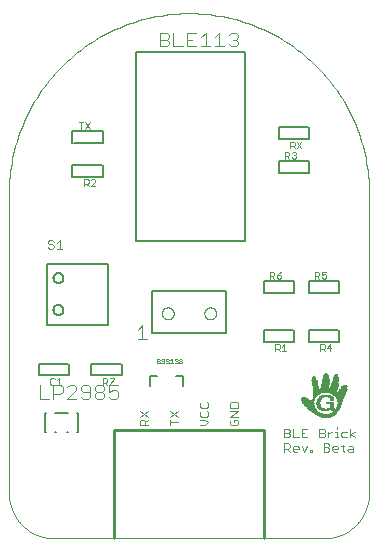
<source format=gto>
G75*
%MOIN*%
%OFA0B0*%
%FSLAX25Y25*%
%IPPOS*%
%LPD*%
%AMOC8*
5,1,8,0,0,1.08239X$1,22.5*
%
%ADD10C,0.00300*%
%ADD11C,0.00800*%
%ADD12C,0.00100*%
%ADD13C,0.00500*%
%ADD14C,0.00400*%
%ADD15C,0.00000*%
%ADD16C,0.01000*%
%ADD17C,0.00600*%
%ADD18C,0.00200*%
%ADD19R,0.00770X0.00035*%
%ADD20R,0.01400X0.00035*%
%ADD21R,0.01855X0.00035*%
%ADD22R,0.02170X0.00035*%
%ADD23R,0.02485X0.00035*%
%ADD24R,0.02765X0.00035*%
%ADD25R,0.02975X0.00035*%
%ADD26R,0.03220X0.00035*%
%ADD27R,0.03395X0.00035*%
%ADD28R,0.03605X0.00035*%
%ADD29R,0.03780X0.00035*%
%ADD30R,0.03955X0.00035*%
%ADD31R,0.04130X0.00035*%
%ADD32R,0.04270X0.00035*%
%ADD33R,0.04375X0.00035*%
%ADD34R,0.04550X0.00035*%
%ADD35R,0.04690X0.00035*%
%ADD36R,0.04865X0.00035*%
%ADD37R,0.04970X0.00035*%
%ADD38R,0.05110X0.00035*%
%ADD39R,0.05215X0.00035*%
%ADD40R,0.05355X0.00035*%
%ADD41R,0.05460X0.00035*%
%ADD42R,0.05600X0.00035*%
%ADD43R,0.05705X0.00035*%
%ADD44R,0.05810X0.00035*%
%ADD45R,0.05915X0.00035*%
%ADD46R,0.06055X0.00035*%
%ADD47R,0.06160X0.00035*%
%ADD48R,0.06265X0.00035*%
%ADD49R,0.06335X0.00035*%
%ADD50R,0.06440X0.00035*%
%ADD51R,0.06545X0.00035*%
%ADD52R,0.03080X0.00035*%
%ADD53R,0.02660X0.00035*%
%ADD54R,0.02870X0.00035*%
%ADD55R,0.02415X0.00035*%
%ADD56R,0.02730X0.00035*%
%ADD57R,0.02310X0.00035*%
%ADD58R,0.02695X0.00035*%
%ADD59R,0.02170X0.00035*%
%ADD60R,0.02590X0.00035*%
%ADD61R,0.02100X0.00035*%
%ADD62R,0.02520X0.00035*%
%ADD63R,0.02030X0.00035*%
%ADD64R,0.02450X0.00035*%
%ADD65R,0.01960X0.00035*%
%ADD66R,0.01890X0.00035*%
%ADD67R,0.02380X0.00035*%
%ADD68R,0.01785X0.00035*%
%ADD69R,0.01750X0.00035*%
%ADD70R,0.01715X0.00035*%
%ADD71R,0.02275X0.00035*%
%ADD72R,0.01645X0.00035*%
%ADD73R,0.02240X0.00035*%
%ADD74R,0.01610X0.00035*%
%ADD75R,0.02240X0.00035*%
%ADD76R,0.01575X0.00035*%
%ADD77R,0.01540X0.00035*%
%ADD78R,0.02205X0.00035*%
%ADD79R,0.01505X0.00035*%
%ADD80R,0.01470X0.00035*%
%ADD81R,0.01435X0.00035*%
%ADD82R,0.01365X0.00035*%
%ADD83R,0.01330X0.00035*%
%ADD84R,0.01295X0.00035*%
%ADD85R,0.01295X0.00035*%
%ADD86R,0.01260X0.00035*%
%ADD87R,0.01190X0.00035*%
%ADD88R,0.01225X0.00035*%
%ADD89R,0.00385X0.00035*%
%ADD90R,0.00980X0.00035*%
%ADD91R,0.01155X0.00035*%
%ADD92R,0.01645X0.00035*%
%ADD93R,0.01015X0.00035*%
%ADD94R,0.01050X0.00035*%
%ADD95R,0.02345X0.00035*%
%ADD96R,0.01085X0.00035*%
%ADD97R,0.02905X0.00035*%
%ADD98R,0.03045X0.00035*%
%ADD99R,0.01120X0.00035*%
%ADD100R,0.02345X0.00035*%
%ADD101R,0.03255X0.00035*%
%ADD102R,0.01120X0.00035*%
%ADD103R,0.03500X0.00035*%
%ADD104R,0.02415X0.00035*%
%ADD105R,0.03640X0.00035*%
%ADD106R,0.04900X0.00035*%
%ADD107R,0.04935X0.00035*%
%ADD108R,0.05005X0.00035*%
%ADD109R,0.01680X0.00035*%
%ADD110R,0.02065X0.00035*%
%ADD111R,0.02555X0.00035*%
%ADD112R,0.02590X0.00035*%
%ADD113R,0.02625X0.00035*%
%ADD114R,0.02695X0.00035*%
%ADD115R,0.01470X0.00035*%
%ADD116R,0.02765X0.00035*%
%ADD117R,0.02800X0.00035*%
%ADD118R,0.02835X0.00035*%
%ADD119R,0.01365X0.00035*%
%ADD120R,0.02940X0.00035*%
%ADD121R,0.03010X0.00035*%
%ADD122R,0.03045X0.00035*%
%ADD123R,0.03115X0.00035*%
%ADD124R,0.03150X0.00035*%
%ADD125R,0.03185X0.00035*%
%ADD126R,0.03220X0.00035*%
%ADD127R,0.01190X0.00035*%
%ADD128R,0.03290X0.00035*%
%ADD129R,0.03325X0.00035*%
%ADD130R,0.03360X0.00035*%
%ADD131R,0.03430X0.00035*%
%ADD132R,0.03465X0.00035*%
%ADD133R,0.03535X0.00035*%
%ADD134R,0.03570X0.00035*%
%ADD135R,0.03675X0.00035*%
%ADD136R,0.03710X0.00035*%
%ADD137R,0.03745X0.00035*%
%ADD138R,0.03815X0.00035*%
%ADD139R,0.03850X0.00035*%
%ADD140R,0.03885X0.00035*%
%ADD141R,0.03920X0.00035*%
%ADD142R,0.03990X0.00035*%
%ADD143R,0.04025X0.00035*%
%ADD144R,0.02870X0.00035*%
%ADD145R,0.04095X0.00035*%
%ADD146R,0.04165X0.00035*%
%ADD147R,0.04200X0.00035*%
%ADD148R,0.04235X0.00035*%
%ADD149R,0.04270X0.00035*%
%ADD150R,0.01820X0.00035*%
%ADD151R,0.04305X0.00035*%
%ADD152R,0.04340X0.00035*%
%ADD153R,0.01925X0.00035*%
%ADD154R,0.04410X0.00035*%
%ADD155R,0.00945X0.00035*%
%ADD156R,0.00875X0.00035*%
%ADD157R,0.00840X0.00035*%
%ADD158R,0.02135X0.00035*%
%ADD159R,0.00805X0.00035*%
%ADD160R,0.00735X0.00035*%
%ADD161R,0.01995X0.00035*%
%ADD162R,0.02520X0.00035*%
%ADD163R,0.01540X0.00035*%
%ADD164R,0.00770X0.00035*%
%ADD165R,0.00665X0.00035*%
%ADD166R,0.00420X0.00035*%
%ADD167R,0.00910X0.00035*%
%ADD168R,0.04060X0.00035*%
%ADD169R,0.01015X0.00035*%
%ADD170R,0.03115X0.00035*%
%ADD171R,0.03395X0.00035*%
%ADD172R,0.03745X0.00035*%
%ADD173R,0.04340X0.00035*%
%ADD174R,0.04480X0.00035*%
%ADD175R,0.02065X0.00035*%
%ADD176R,0.04515X0.00035*%
%ADD177R,0.04585X0.00035*%
%ADD178R,0.04760X0.00035*%
%ADD179R,0.04830X0.00035*%
%ADD180R,0.07805X0.00035*%
%ADD181R,0.07840X0.00035*%
%ADD182R,0.07875X0.00035*%
%ADD183R,0.07910X0.00035*%
%ADD184R,0.07945X0.00035*%
%ADD185R,0.07980X0.00035*%
%ADD186R,0.08015X0.00035*%
%ADD187R,0.08050X0.00035*%
%ADD188R,0.05635X0.00035*%
%ADD189R,0.01995X0.00035*%
%ADD190R,0.01890X0.00035*%
%ADD191R,0.01715X0.00035*%
%ADD192R,0.00945X0.00035*%
%ADD193R,0.00560X0.00035*%
%ADD194R,0.01820X0.00035*%
%ADD195R,0.00700X0.00035*%
%ADD196R,0.00630X0.00035*%
%ADD197R,0.00525X0.00035*%
%ADD198R,0.00175X0.00035*%
%ADD199R,0.00595X0.00035*%
%ADD200R,0.00490X0.00035*%
%ADD201R,0.00210X0.00035*%
%ADD202R,0.00490X0.00035*%
%ADD203R,0.00315X0.00035*%
D10*
X0047503Y0042669D02*
X0047503Y0044120D01*
X0047987Y0044603D01*
X0048954Y0044603D01*
X0049438Y0044120D01*
X0049438Y0042669D01*
X0049438Y0043636D02*
X0050406Y0044603D01*
X0050406Y0045615D02*
X0047503Y0047550D01*
X0047503Y0045615D02*
X0050406Y0047550D01*
X0050406Y0042669D02*
X0047503Y0042669D01*
X0057503Y0042669D02*
X0057503Y0044603D01*
X0057503Y0043636D02*
X0060406Y0043636D01*
X0060406Y0045615D02*
X0057503Y0047550D01*
X0057503Y0045615D02*
X0060406Y0047550D01*
X0067503Y0047066D02*
X0067503Y0046099D01*
X0067987Y0045615D01*
X0069922Y0045615D01*
X0070406Y0046099D01*
X0070406Y0047066D01*
X0069922Y0047550D01*
X0069922Y0048562D02*
X0070406Y0049045D01*
X0070406Y0050013D01*
X0069922Y0050497D01*
X0069922Y0048562D02*
X0067987Y0048562D01*
X0067503Y0049045D01*
X0067503Y0050013D01*
X0067987Y0050497D01*
X0067987Y0047550D02*
X0067503Y0047066D01*
X0067503Y0044603D02*
X0069438Y0044603D01*
X0070406Y0043636D01*
X0069438Y0042669D01*
X0067503Y0042669D01*
X0077503Y0043152D02*
X0077987Y0042669D01*
X0079922Y0042669D01*
X0080406Y0043152D01*
X0080406Y0044120D01*
X0079922Y0044603D01*
X0078954Y0044603D01*
X0078954Y0043636D01*
X0077987Y0044603D02*
X0077503Y0044120D01*
X0077503Y0043152D01*
X0077503Y0045615D02*
X0080406Y0047550D01*
X0077503Y0047550D01*
X0077503Y0048562D02*
X0077503Y0050013D01*
X0077987Y0050497D01*
X0079922Y0050497D01*
X0080406Y0050013D01*
X0080406Y0048562D01*
X0077503Y0048562D01*
X0077503Y0045615D02*
X0080406Y0045615D01*
X0095572Y0041572D02*
X0095572Y0038669D01*
X0097023Y0038669D01*
X0097507Y0039153D01*
X0097507Y0039637D01*
X0097023Y0040121D01*
X0095572Y0040121D01*
X0095572Y0041572D02*
X0097023Y0041572D01*
X0097507Y0041088D01*
X0097507Y0040604D01*
X0097023Y0040121D01*
X0098519Y0041572D02*
X0098519Y0038669D01*
X0100454Y0038669D01*
X0101465Y0038669D02*
X0103400Y0038669D01*
X0102433Y0040121D02*
X0101465Y0040121D01*
X0101465Y0041572D02*
X0101465Y0038669D01*
X0101465Y0035804D02*
X0102433Y0033869D01*
X0103400Y0035804D01*
X0104412Y0034353D02*
X0104412Y0033869D01*
X0104895Y0033869D01*
X0104895Y0034353D01*
X0104412Y0034353D01*
X0107358Y0038669D02*
X0108809Y0038669D01*
X0109293Y0039153D01*
X0109293Y0039637D01*
X0108809Y0040121D01*
X0107358Y0040121D01*
X0107358Y0041572D02*
X0107358Y0038669D01*
X0108809Y0040121D02*
X0109293Y0040604D01*
X0109293Y0041088D01*
X0108809Y0041572D01*
X0107358Y0041572D01*
X0110305Y0040604D02*
X0110305Y0038669D01*
X0110305Y0039637D02*
X0111272Y0040604D01*
X0111756Y0040604D01*
X0112760Y0040604D02*
X0113244Y0040604D01*
X0113244Y0038669D01*
X0112760Y0038669D02*
X0113728Y0038669D01*
X0114724Y0039153D02*
X0114724Y0040121D01*
X0115208Y0040604D01*
X0116659Y0040604D01*
X0117671Y0039637D02*
X0119122Y0040604D01*
X0117671Y0039637D02*
X0119122Y0038669D01*
X0117671Y0038669D02*
X0117671Y0041572D01*
X0116659Y0038669D02*
X0115208Y0038669D01*
X0114724Y0039153D01*
X0115208Y0036288D02*
X0115208Y0034353D01*
X0115692Y0033869D01*
X0116689Y0034353D02*
X0117172Y0034837D01*
X0118624Y0034837D01*
X0118624Y0035321D02*
X0118624Y0033869D01*
X0117172Y0033869D01*
X0116689Y0034353D01*
X0117172Y0035804D02*
X0118140Y0035804D01*
X0118624Y0035321D01*
X0115692Y0035804D02*
X0114724Y0035804D01*
X0113713Y0035321D02*
X0113713Y0034837D01*
X0111778Y0034837D01*
X0111778Y0035321D02*
X0112262Y0035804D01*
X0113229Y0035804D01*
X0113713Y0035321D01*
X0113229Y0033869D02*
X0112262Y0033869D01*
X0111778Y0034353D01*
X0111778Y0035321D01*
X0110766Y0035804D02*
X0110283Y0035321D01*
X0108831Y0035321D01*
X0108831Y0036772D02*
X0108831Y0033869D01*
X0110283Y0033869D01*
X0110766Y0034353D01*
X0110766Y0034837D01*
X0110283Y0035321D01*
X0110766Y0035804D02*
X0110766Y0036288D01*
X0110283Y0036772D01*
X0108831Y0036772D01*
X0113244Y0041572D02*
X0113244Y0042056D01*
X0103400Y0041572D02*
X0101465Y0041572D01*
X0097023Y0036772D02*
X0097507Y0036288D01*
X0097507Y0035321D01*
X0097023Y0034837D01*
X0095572Y0034837D01*
X0096540Y0034837D02*
X0097507Y0033869D01*
X0098519Y0034353D02*
X0098519Y0035321D01*
X0099002Y0035804D01*
X0099970Y0035804D01*
X0100454Y0035321D01*
X0100454Y0034837D01*
X0098519Y0034837D01*
X0098519Y0034353D02*
X0099002Y0033869D01*
X0099970Y0033869D01*
X0097023Y0036772D02*
X0095572Y0036772D01*
X0095572Y0033869D01*
X0021763Y0101517D02*
X0019828Y0101517D01*
X0020795Y0101517D02*
X0020795Y0104419D01*
X0019828Y0103452D01*
X0018816Y0103936D02*
X0018332Y0104419D01*
X0017365Y0104419D01*
X0016881Y0103936D01*
X0016881Y0103452D01*
X0017365Y0102968D01*
X0018332Y0102968D01*
X0018816Y0102484D01*
X0018816Y0102001D01*
X0018332Y0101517D01*
X0017365Y0101517D01*
X0016881Y0102001D01*
D11*
X0050944Y0059024D02*
X0050944Y0055875D01*
X0050944Y0059024D02*
X0053306Y0059024D01*
X0059605Y0059024D02*
X0061967Y0059024D01*
X0061967Y0055875D01*
D12*
X0061372Y0063319D02*
X0060872Y0063319D01*
X0060622Y0063569D01*
X0060622Y0063819D01*
X0060872Y0064069D01*
X0061372Y0064069D01*
X0061623Y0063819D01*
X0061623Y0063569D01*
X0061372Y0063319D01*
X0061372Y0064069D02*
X0061623Y0064319D01*
X0061623Y0064570D01*
X0061372Y0064820D01*
X0060872Y0064820D01*
X0060622Y0064570D01*
X0060622Y0064319D01*
X0060872Y0064069D01*
X0060149Y0063819D02*
X0060149Y0063569D01*
X0059899Y0063319D01*
X0059399Y0063319D01*
X0059149Y0063569D01*
X0058676Y0063319D02*
X0057675Y0063319D01*
X0058176Y0063319D02*
X0058176Y0064820D01*
X0057675Y0064319D01*
X0057203Y0064570D02*
X0056953Y0064820D01*
X0056452Y0064820D01*
X0056202Y0064570D01*
X0056202Y0064319D01*
X0056452Y0064069D01*
X0056953Y0064069D01*
X0057203Y0063819D01*
X0057203Y0063569D01*
X0056953Y0063319D01*
X0056452Y0063319D01*
X0056202Y0063569D01*
X0055730Y0063569D02*
X0055479Y0063319D01*
X0054979Y0063319D01*
X0054729Y0063569D01*
X0054256Y0063569D02*
X0054006Y0063319D01*
X0053256Y0063319D01*
X0053256Y0064820D01*
X0054006Y0064820D01*
X0054256Y0064570D01*
X0054256Y0064319D01*
X0054006Y0064069D01*
X0053256Y0064069D01*
X0054006Y0064069D02*
X0054256Y0063819D01*
X0054256Y0063569D01*
X0054979Y0064069D02*
X0055479Y0064069D01*
X0055730Y0063819D01*
X0055730Y0063569D01*
X0054979Y0064069D02*
X0054729Y0064319D01*
X0054729Y0064570D01*
X0054979Y0064820D01*
X0055479Y0064820D01*
X0055730Y0064570D01*
X0059149Y0064570D02*
X0059399Y0064820D01*
X0059899Y0064820D01*
X0060149Y0064570D01*
X0060149Y0064319D01*
X0059899Y0064069D01*
X0060149Y0063819D01*
X0059899Y0064069D02*
X0059649Y0064069D01*
D13*
X0051554Y0073326D02*
X0051554Y0087499D01*
X0076160Y0087499D01*
X0076160Y0073326D01*
X0051554Y0073326D01*
X0041574Y0063237D02*
X0041574Y0059300D01*
X0031337Y0059300D01*
X0031337Y0063237D01*
X0041180Y0063237D01*
X0036967Y0076131D02*
X0016495Y0076131D01*
X0016495Y0096603D01*
X0036967Y0096603D01*
X0036967Y0076131D01*
X0024074Y0063237D02*
X0024074Y0059300D01*
X0013837Y0059300D01*
X0013837Y0063237D01*
X0023680Y0063237D01*
X0018762Y0081249D02*
X0018764Y0081330D01*
X0018770Y0081411D01*
X0018780Y0081492D01*
X0018794Y0081572D01*
X0018811Y0081652D01*
X0018833Y0081730D01*
X0018858Y0081807D01*
X0018887Y0081883D01*
X0018920Y0081958D01*
X0018956Y0082031D01*
X0018996Y0082102D01*
X0019039Y0082170D01*
X0019086Y0082237D01*
X0019135Y0082302D01*
X0019188Y0082363D01*
X0019244Y0082423D01*
X0019303Y0082479D01*
X0019364Y0082533D01*
X0019428Y0082583D01*
X0019494Y0082630D01*
X0019562Y0082675D01*
X0019632Y0082715D01*
X0019705Y0082752D01*
X0019779Y0082786D01*
X0019854Y0082816D01*
X0019931Y0082842D01*
X0020010Y0082865D01*
X0020089Y0082883D01*
X0020169Y0082898D01*
X0020249Y0082909D01*
X0020330Y0082916D01*
X0020412Y0082919D01*
X0020493Y0082918D01*
X0020574Y0082913D01*
X0020655Y0082904D01*
X0020735Y0082891D01*
X0020815Y0082875D01*
X0020894Y0082854D01*
X0020971Y0082830D01*
X0021048Y0082801D01*
X0021122Y0082770D01*
X0021196Y0082734D01*
X0021267Y0082695D01*
X0021336Y0082653D01*
X0021404Y0082607D01*
X0021469Y0082558D01*
X0021531Y0082506D01*
X0021591Y0082451D01*
X0021648Y0082393D01*
X0021703Y0082333D01*
X0021754Y0082270D01*
X0021802Y0082204D01*
X0021847Y0082136D01*
X0021888Y0082066D01*
X0021926Y0081994D01*
X0021961Y0081921D01*
X0021992Y0081846D01*
X0022019Y0081769D01*
X0022042Y0081691D01*
X0022062Y0081612D01*
X0022078Y0081532D01*
X0022090Y0081452D01*
X0022098Y0081371D01*
X0022102Y0081290D01*
X0022102Y0081208D01*
X0022098Y0081127D01*
X0022090Y0081046D01*
X0022078Y0080966D01*
X0022062Y0080886D01*
X0022042Y0080807D01*
X0022019Y0080729D01*
X0021992Y0080652D01*
X0021961Y0080577D01*
X0021926Y0080504D01*
X0021888Y0080432D01*
X0021847Y0080362D01*
X0021802Y0080294D01*
X0021754Y0080228D01*
X0021703Y0080165D01*
X0021648Y0080105D01*
X0021591Y0080047D01*
X0021531Y0079992D01*
X0021469Y0079940D01*
X0021404Y0079891D01*
X0021336Y0079845D01*
X0021267Y0079803D01*
X0021196Y0079764D01*
X0021122Y0079728D01*
X0021048Y0079697D01*
X0020971Y0079668D01*
X0020894Y0079644D01*
X0020815Y0079623D01*
X0020735Y0079607D01*
X0020655Y0079594D01*
X0020574Y0079585D01*
X0020493Y0079580D01*
X0020412Y0079579D01*
X0020330Y0079582D01*
X0020249Y0079589D01*
X0020169Y0079600D01*
X0020089Y0079615D01*
X0020010Y0079633D01*
X0019931Y0079656D01*
X0019854Y0079682D01*
X0019779Y0079712D01*
X0019705Y0079746D01*
X0019632Y0079783D01*
X0019562Y0079823D01*
X0019494Y0079868D01*
X0019428Y0079915D01*
X0019364Y0079965D01*
X0019303Y0080019D01*
X0019244Y0080075D01*
X0019188Y0080135D01*
X0019135Y0080196D01*
X0019086Y0080261D01*
X0019039Y0080328D01*
X0018996Y0080396D01*
X0018956Y0080467D01*
X0018920Y0080540D01*
X0018887Y0080615D01*
X0018858Y0080691D01*
X0018833Y0080768D01*
X0018811Y0080846D01*
X0018794Y0080926D01*
X0018780Y0081006D01*
X0018770Y0081087D01*
X0018764Y0081168D01*
X0018762Y0081249D01*
X0018762Y0091879D02*
X0018764Y0091960D01*
X0018770Y0092041D01*
X0018780Y0092122D01*
X0018794Y0092202D01*
X0018811Y0092282D01*
X0018833Y0092360D01*
X0018858Y0092437D01*
X0018887Y0092513D01*
X0018920Y0092588D01*
X0018956Y0092661D01*
X0018996Y0092732D01*
X0019039Y0092800D01*
X0019086Y0092867D01*
X0019135Y0092932D01*
X0019188Y0092993D01*
X0019244Y0093053D01*
X0019303Y0093109D01*
X0019364Y0093163D01*
X0019428Y0093213D01*
X0019494Y0093260D01*
X0019562Y0093305D01*
X0019632Y0093345D01*
X0019705Y0093382D01*
X0019779Y0093416D01*
X0019854Y0093446D01*
X0019931Y0093472D01*
X0020010Y0093495D01*
X0020089Y0093513D01*
X0020169Y0093528D01*
X0020249Y0093539D01*
X0020330Y0093546D01*
X0020412Y0093549D01*
X0020493Y0093548D01*
X0020574Y0093543D01*
X0020655Y0093534D01*
X0020735Y0093521D01*
X0020815Y0093505D01*
X0020894Y0093484D01*
X0020971Y0093460D01*
X0021048Y0093431D01*
X0021122Y0093400D01*
X0021196Y0093364D01*
X0021267Y0093325D01*
X0021336Y0093283D01*
X0021404Y0093237D01*
X0021469Y0093188D01*
X0021531Y0093136D01*
X0021591Y0093081D01*
X0021648Y0093023D01*
X0021703Y0092963D01*
X0021754Y0092900D01*
X0021802Y0092834D01*
X0021847Y0092766D01*
X0021888Y0092696D01*
X0021926Y0092624D01*
X0021961Y0092551D01*
X0021992Y0092476D01*
X0022019Y0092399D01*
X0022042Y0092321D01*
X0022062Y0092242D01*
X0022078Y0092162D01*
X0022090Y0092082D01*
X0022098Y0092001D01*
X0022102Y0091920D01*
X0022102Y0091838D01*
X0022098Y0091757D01*
X0022090Y0091676D01*
X0022078Y0091596D01*
X0022062Y0091516D01*
X0022042Y0091437D01*
X0022019Y0091359D01*
X0021992Y0091282D01*
X0021961Y0091207D01*
X0021926Y0091134D01*
X0021888Y0091062D01*
X0021847Y0090992D01*
X0021802Y0090924D01*
X0021754Y0090858D01*
X0021703Y0090795D01*
X0021648Y0090735D01*
X0021591Y0090677D01*
X0021531Y0090622D01*
X0021469Y0090570D01*
X0021404Y0090521D01*
X0021336Y0090475D01*
X0021267Y0090433D01*
X0021196Y0090394D01*
X0021122Y0090358D01*
X0021048Y0090327D01*
X0020971Y0090298D01*
X0020894Y0090274D01*
X0020815Y0090253D01*
X0020735Y0090237D01*
X0020655Y0090224D01*
X0020574Y0090215D01*
X0020493Y0090210D01*
X0020412Y0090209D01*
X0020330Y0090212D01*
X0020249Y0090219D01*
X0020169Y0090230D01*
X0020089Y0090245D01*
X0020010Y0090263D01*
X0019931Y0090286D01*
X0019854Y0090312D01*
X0019779Y0090342D01*
X0019705Y0090376D01*
X0019632Y0090413D01*
X0019562Y0090453D01*
X0019494Y0090498D01*
X0019428Y0090545D01*
X0019364Y0090595D01*
X0019303Y0090649D01*
X0019244Y0090705D01*
X0019188Y0090765D01*
X0019135Y0090826D01*
X0019086Y0090891D01*
X0019039Y0090958D01*
X0018996Y0091026D01*
X0018956Y0091097D01*
X0018920Y0091170D01*
X0018887Y0091245D01*
X0018858Y0091321D01*
X0018833Y0091398D01*
X0018811Y0091476D01*
X0018794Y0091556D01*
X0018780Y0091636D01*
X0018770Y0091717D01*
X0018764Y0091798D01*
X0018762Y0091879D01*
X0025087Y0125550D02*
X0035324Y0125550D01*
X0035324Y0129487D01*
X0034930Y0129487D02*
X0025087Y0129487D01*
X0025087Y0125550D01*
X0025087Y0136800D02*
X0025087Y0140737D01*
X0035324Y0140737D01*
X0035324Y0136800D01*
X0025481Y0136800D01*
X0046318Y0166997D02*
X0082735Y0166997D01*
X0082735Y0104202D01*
X0046318Y0104202D01*
X0046318Y0166997D01*
X0093837Y0141987D02*
X0093837Y0138050D01*
X0104074Y0138050D01*
X0104074Y0141987D01*
X0103680Y0141987D02*
X0093837Y0141987D01*
X0093837Y0130737D02*
X0093837Y0126800D01*
X0094231Y0126800D02*
X0104074Y0126800D01*
X0104074Y0130737D01*
X0093837Y0130737D01*
X0088837Y0090737D02*
X0088837Y0086800D01*
X0089231Y0086800D02*
X0099074Y0086800D01*
X0099074Y0090737D01*
X0088837Y0090737D01*
X0088837Y0074487D02*
X0088837Y0070550D01*
X0099074Y0070550D01*
X0099074Y0074487D01*
X0098680Y0074487D02*
X0088837Y0074487D01*
X0103837Y0074487D02*
X0103837Y0070550D01*
X0114074Y0070550D01*
X0114074Y0074487D01*
X0113680Y0074487D02*
X0103837Y0074487D01*
X0103837Y0086800D02*
X0103837Y0090737D01*
X0114074Y0090737D01*
X0114074Y0086800D01*
X0104231Y0086800D01*
D14*
X0049902Y0071360D02*
X0046833Y0071360D01*
X0048367Y0071360D02*
X0048367Y0075964D01*
X0046833Y0074430D01*
X0040244Y0056072D02*
X0037175Y0056072D01*
X0037175Y0053770D01*
X0038710Y0054538D01*
X0039477Y0054538D01*
X0040244Y0053770D01*
X0040244Y0052236D01*
X0039477Y0051469D01*
X0037942Y0051469D01*
X0037175Y0052236D01*
X0035640Y0052236D02*
X0035640Y0053003D01*
X0034873Y0053770D01*
X0033339Y0053770D01*
X0032571Y0054538D01*
X0032571Y0055305D01*
X0033339Y0056072D01*
X0034873Y0056072D01*
X0035640Y0055305D01*
X0035640Y0054538D01*
X0034873Y0053770D01*
X0033339Y0053770D02*
X0032571Y0053003D01*
X0032571Y0052236D01*
X0033339Y0051469D01*
X0034873Y0051469D01*
X0035640Y0052236D01*
X0031037Y0052236D02*
X0031037Y0055305D01*
X0030269Y0056072D01*
X0028735Y0056072D01*
X0027967Y0055305D01*
X0027967Y0054538D01*
X0028735Y0053770D01*
X0031037Y0053770D01*
X0031037Y0052236D02*
X0030269Y0051469D01*
X0028735Y0051469D01*
X0027967Y0052236D01*
X0026433Y0051469D02*
X0023363Y0051469D01*
X0026433Y0054538D01*
X0026433Y0055305D01*
X0025665Y0056072D01*
X0024131Y0056072D01*
X0023363Y0055305D01*
X0021829Y0055305D02*
X0021829Y0053770D01*
X0021061Y0053003D01*
X0018759Y0053003D01*
X0018759Y0051469D02*
X0018759Y0056072D01*
X0021061Y0056072D01*
X0021829Y0055305D01*
X0017225Y0051469D02*
X0014156Y0051469D01*
X0014156Y0056072D01*
X0054156Y0168969D02*
X0056457Y0168969D01*
X0057225Y0169736D01*
X0057225Y0170503D01*
X0056457Y0171270D01*
X0054156Y0171270D01*
X0056457Y0171270D02*
X0057225Y0172038D01*
X0057225Y0172805D01*
X0056457Y0173572D01*
X0054156Y0173572D01*
X0054156Y0168969D01*
X0058759Y0168969D02*
X0058759Y0173572D01*
X0058759Y0168969D02*
X0061829Y0168969D01*
X0063363Y0168969D02*
X0066433Y0168969D01*
X0067967Y0168969D02*
X0071037Y0168969D01*
X0069502Y0168969D02*
X0069502Y0173572D01*
X0067967Y0172038D01*
X0066433Y0173572D02*
X0063363Y0173572D01*
X0063363Y0168969D01*
X0063363Y0171270D02*
X0064898Y0171270D01*
X0072571Y0172038D02*
X0074106Y0173572D01*
X0074106Y0168969D01*
X0075640Y0168969D02*
X0072571Y0168969D01*
X0077175Y0169736D02*
X0077942Y0168969D01*
X0079477Y0168969D01*
X0080244Y0169736D01*
X0080244Y0170503D01*
X0079477Y0171270D01*
X0078710Y0171270D01*
X0079477Y0171270D02*
X0080244Y0172038D01*
X0080244Y0172805D01*
X0079477Y0173572D01*
X0077942Y0173572D01*
X0077175Y0172805D01*
D15*
X0003956Y0120019D02*
X0003956Y0020019D01*
X0003960Y0019657D01*
X0003974Y0019294D01*
X0003995Y0018932D01*
X0004026Y0018571D01*
X0004065Y0018211D01*
X0004113Y0017852D01*
X0004170Y0017494D01*
X0004235Y0017137D01*
X0004309Y0016782D01*
X0004392Y0016429D01*
X0004483Y0016078D01*
X0004582Y0015730D01*
X0004690Y0015384D01*
X0004806Y0015040D01*
X0004931Y0014700D01*
X0005063Y0014363D01*
X0005204Y0014029D01*
X0005353Y0013698D01*
X0005510Y0013371D01*
X0005674Y0013048D01*
X0005846Y0012729D01*
X0006026Y0012415D01*
X0006214Y0012104D01*
X0006409Y0011799D01*
X0006611Y0011498D01*
X0006821Y0011202D01*
X0007037Y0010912D01*
X0007261Y0010626D01*
X0007491Y0010346D01*
X0007728Y0010072D01*
X0007972Y0009804D01*
X0008222Y0009541D01*
X0008478Y0009285D01*
X0008741Y0009035D01*
X0009009Y0008791D01*
X0009283Y0008554D01*
X0009563Y0008324D01*
X0009849Y0008100D01*
X0010139Y0007884D01*
X0010435Y0007674D01*
X0010736Y0007472D01*
X0011041Y0007277D01*
X0011352Y0007089D01*
X0011666Y0006909D01*
X0011985Y0006737D01*
X0012308Y0006573D01*
X0012635Y0006416D01*
X0012966Y0006267D01*
X0013300Y0006126D01*
X0013637Y0005994D01*
X0013977Y0005869D01*
X0014321Y0005753D01*
X0014667Y0005645D01*
X0015015Y0005546D01*
X0015366Y0005455D01*
X0015719Y0005372D01*
X0016074Y0005298D01*
X0016431Y0005233D01*
X0016789Y0005176D01*
X0017148Y0005128D01*
X0017508Y0005089D01*
X0017869Y0005058D01*
X0018231Y0005037D01*
X0018594Y0005023D01*
X0018956Y0005019D01*
X0108956Y0005019D01*
X0109318Y0005023D01*
X0109681Y0005037D01*
X0110043Y0005058D01*
X0110404Y0005089D01*
X0110764Y0005128D01*
X0111123Y0005176D01*
X0111481Y0005233D01*
X0111838Y0005298D01*
X0112193Y0005372D01*
X0112546Y0005455D01*
X0112897Y0005546D01*
X0113245Y0005645D01*
X0113591Y0005753D01*
X0113935Y0005869D01*
X0114275Y0005994D01*
X0114612Y0006126D01*
X0114946Y0006267D01*
X0115277Y0006416D01*
X0115604Y0006573D01*
X0115927Y0006737D01*
X0116246Y0006909D01*
X0116560Y0007089D01*
X0116871Y0007277D01*
X0117176Y0007472D01*
X0117477Y0007674D01*
X0117773Y0007884D01*
X0118063Y0008100D01*
X0118349Y0008324D01*
X0118629Y0008554D01*
X0118903Y0008791D01*
X0119171Y0009035D01*
X0119434Y0009285D01*
X0119690Y0009541D01*
X0119940Y0009804D01*
X0120184Y0010072D01*
X0120421Y0010346D01*
X0120651Y0010626D01*
X0120875Y0010912D01*
X0121091Y0011202D01*
X0121301Y0011498D01*
X0121503Y0011799D01*
X0121698Y0012104D01*
X0121886Y0012415D01*
X0122066Y0012729D01*
X0122238Y0013048D01*
X0122402Y0013371D01*
X0122559Y0013698D01*
X0122708Y0014029D01*
X0122849Y0014363D01*
X0122981Y0014700D01*
X0123106Y0015040D01*
X0123222Y0015384D01*
X0123330Y0015730D01*
X0123429Y0016078D01*
X0123520Y0016429D01*
X0123603Y0016782D01*
X0123677Y0017137D01*
X0123742Y0017494D01*
X0123799Y0017852D01*
X0123847Y0018211D01*
X0123886Y0018571D01*
X0123917Y0018932D01*
X0123938Y0019294D01*
X0123952Y0019657D01*
X0123956Y0020019D01*
X0123956Y0120019D01*
X0069073Y0080019D02*
X0069075Y0080107D01*
X0069081Y0080195D01*
X0069091Y0080283D01*
X0069105Y0080371D01*
X0069122Y0080457D01*
X0069144Y0080543D01*
X0069169Y0080627D01*
X0069199Y0080711D01*
X0069231Y0080793D01*
X0069268Y0080873D01*
X0069308Y0080952D01*
X0069352Y0081029D01*
X0069399Y0081104D01*
X0069449Y0081176D01*
X0069503Y0081247D01*
X0069559Y0081314D01*
X0069619Y0081380D01*
X0069681Y0081442D01*
X0069747Y0081502D01*
X0069814Y0081558D01*
X0069885Y0081612D01*
X0069957Y0081662D01*
X0070032Y0081709D01*
X0070109Y0081753D01*
X0070188Y0081793D01*
X0070268Y0081830D01*
X0070350Y0081862D01*
X0070434Y0081892D01*
X0070518Y0081917D01*
X0070604Y0081939D01*
X0070690Y0081956D01*
X0070778Y0081970D01*
X0070866Y0081980D01*
X0070954Y0081986D01*
X0071042Y0081988D01*
X0071130Y0081986D01*
X0071218Y0081980D01*
X0071306Y0081970D01*
X0071394Y0081956D01*
X0071480Y0081939D01*
X0071566Y0081917D01*
X0071650Y0081892D01*
X0071734Y0081862D01*
X0071816Y0081830D01*
X0071896Y0081793D01*
X0071975Y0081753D01*
X0072052Y0081709D01*
X0072127Y0081662D01*
X0072199Y0081612D01*
X0072270Y0081558D01*
X0072337Y0081502D01*
X0072403Y0081442D01*
X0072465Y0081380D01*
X0072525Y0081314D01*
X0072581Y0081247D01*
X0072635Y0081176D01*
X0072685Y0081104D01*
X0072732Y0081029D01*
X0072776Y0080952D01*
X0072816Y0080873D01*
X0072853Y0080793D01*
X0072885Y0080711D01*
X0072915Y0080627D01*
X0072940Y0080543D01*
X0072962Y0080457D01*
X0072979Y0080371D01*
X0072993Y0080283D01*
X0073003Y0080195D01*
X0073009Y0080107D01*
X0073011Y0080019D01*
X0073009Y0079931D01*
X0073003Y0079843D01*
X0072993Y0079755D01*
X0072979Y0079667D01*
X0072962Y0079581D01*
X0072940Y0079495D01*
X0072915Y0079411D01*
X0072885Y0079327D01*
X0072853Y0079245D01*
X0072816Y0079165D01*
X0072776Y0079086D01*
X0072732Y0079009D01*
X0072685Y0078934D01*
X0072635Y0078862D01*
X0072581Y0078791D01*
X0072525Y0078724D01*
X0072465Y0078658D01*
X0072403Y0078596D01*
X0072337Y0078536D01*
X0072270Y0078480D01*
X0072199Y0078426D01*
X0072127Y0078376D01*
X0072052Y0078329D01*
X0071975Y0078285D01*
X0071896Y0078245D01*
X0071816Y0078208D01*
X0071734Y0078176D01*
X0071650Y0078146D01*
X0071566Y0078121D01*
X0071480Y0078099D01*
X0071394Y0078082D01*
X0071306Y0078068D01*
X0071218Y0078058D01*
X0071130Y0078052D01*
X0071042Y0078050D01*
X0070954Y0078052D01*
X0070866Y0078058D01*
X0070778Y0078068D01*
X0070690Y0078082D01*
X0070604Y0078099D01*
X0070518Y0078121D01*
X0070434Y0078146D01*
X0070350Y0078176D01*
X0070268Y0078208D01*
X0070188Y0078245D01*
X0070109Y0078285D01*
X0070032Y0078329D01*
X0069957Y0078376D01*
X0069885Y0078426D01*
X0069814Y0078480D01*
X0069747Y0078536D01*
X0069681Y0078596D01*
X0069619Y0078658D01*
X0069559Y0078724D01*
X0069503Y0078791D01*
X0069449Y0078862D01*
X0069399Y0078934D01*
X0069352Y0079009D01*
X0069308Y0079086D01*
X0069268Y0079165D01*
X0069231Y0079245D01*
X0069199Y0079327D01*
X0069169Y0079411D01*
X0069144Y0079495D01*
X0069122Y0079581D01*
X0069105Y0079667D01*
X0069091Y0079755D01*
X0069081Y0079843D01*
X0069075Y0079931D01*
X0069073Y0080019D01*
X0054900Y0080019D02*
X0054902Y0080107D01*
X0054908Y0080195D01*
X0054918Y0080283D01*
X0054932Y0080371D01*
X0054949Y0080457D01*
X0054971Y0080543D01*
X0054996Y0080627D01*
X0055026Y0080711D01*
X0055058Y0080793D01*
X0055095Y0080873D01*
X0055135Y0080952D01*
X0055179Y0081029D01*
X0055226Y0081104D01*
X0055276Y0081176D01*
X0055330Y0081247D01*
X0055386Y0081314D01*
X0055446Y0081380D01*
X0055508Y0081442D01*
X0055574Y0081502D01*
X0055641Y0081558D01*
X0055712Y0081612D01*
X0055784Y0081662D01*
X0055859Y0081709D01*
X0055936Y0081753D01*
X0056015Y0081793D01*
X0056095Y0081830D01*
X0056177Y0081862D01*
X0056261Y0081892D01*
X0056345Y0081917D01*
X0056431Y0081939D01*
X0056517Y0081956D01*
X0056605Y0081970D01*
X0056693Y0081980D01*
X0056781Y0081986D01*
X0056869Y0081988D01*
X0056957Y0081986D01*
X0057045Y0081980D01*
X0057133Y0081970D01*
X0057221Y0081956D01*
X0057307Y0081939D01*
X0057393Y0081917D01*
X0057477Y0081892D01*
X0057561Y0081862D01*
X0057643Y0081830D01*
X0057723Y0081793D01*
X0057802Y0081753D01*
X0057879Y0081709D01*
X0057954Y0081662D01*
X0058026Y0081612D01*
X0058097Y0081558D01*
X0058164Y0081502D01*
X0058230Y0081442D01*
X0058292Y0081380D01*
X0058352Y0081314D01*
X0058408Y0081247D01*
X0058462Y0081176D01*
X0058512Y0081104D01*
X0058559Y0081029D01*
X0058603Y0080952D01*
X0058643Y0080873D01*
X0058680Y0080793D01*
X0058712Y0080711D01*
X0058742Y0080627D01*
X0058767Y0080543D01*
X0058789Y0080457D01*
X0058806Y0080371D01*
X0058820Y0080283D01*
X0058830Y0080195D01*
X0058836Y0080107D01*
X0058838Y0080019D01*
X0058836Y0079931D01*
X0058830Y0079843D01*
X0058820Y0079755D01*
X0058806Y0079667D01*
X0058789Y0079581D01*
X0058767Y0079495D01*
X0058742Y0079411D01*
X0058712Y0079327D01*
X0058680Y0079245D01*
X0058643Y0079165D01*
X0058603Y0079086D01*
X0058559Y0079009D01*
X0058512Y0078934D01*
X0058462Y0078862D01*
X0058408Y0078791D01*
X0058352Y0078724D01*
X0058292Y0078658D01*
X0058230Y0078596D01*
X0058164Y0078536D01*
X0058097Y0078480D01*
X0058026Y0078426D01*
X0057954Y0078376D01*
X0057879Y0078329D01*
X0057802Y0078285D01*
X0057723Y0078245D01*
X0057643Y0078208D01*
X0057561Y0078176D01*
X0057477Y0078146D01*
X0057393Y0078121D01*
X0057307Y0078099D01*
X0057221Y0078082D01*
X0057133Y0078068D01*
X0057045Y0078058D01*
X0056957Y0078052D01*
X0056869Y0078050D01*
X0056781Y0078052D01*
X0056693Y0078058D01*
X0056605Y0078068D01*
X0056517Y0078082D01*
X0056431Y0078099D01*
X0056345Y0078121D01*
X0056261Y0078146D01*
X0056177Y0078176D01*
X0056095Y0078208D01*
X0056015Y0078245D01*
X0055936Y0078285D01*
X0055859Y0078329D01*
X0055784Y0078376D01*
X0055712Y0078426D01*
X0055641Y0078480D01*
X0055574Y0078536D01*
X0055508Y0078596D01*
X0055446Y0078658D01*
X0055386Y0078724D01*
X0055330Y0078791D01*
X0055276Y0078862D01*
X0055226Y0078934D01*
X0055179Y0079009D01*
X0055135Y0079086D01*
X0055095Y0079165D01*
X0055058Y0079245D01*
X0055026Y0079327D01*
X0054996Y0079411D01*
X0054971Y0079495D01*
X0054949Y0079581D01*
X0054932Y0079667D01*
X0054918Y0079755D01*
X0054908Y0079843D01*
X0054902Y0079931D01*
X0054900Y0080019D01*
X0003956Y0120019D02*
X0003974Y0121480D01*
X0004027Y0122940D01*
X0004116Y0124399D01*
X0004240Y0125855D01*
X0004400Y0127307D01*
X0004595Y0128755D01*
X0004826Y0130198D01*
X0005091Y0131635D01*
X0005391Y0133065D01*
X0005726Y0134487D01*
X0006096Y0135901D01*
X0006500Y0137305D01*
X0006938Y0138699D01*
X0007410Y0140082D01*
X0007915Y0141453D01*
X0008454Y0142811D01*
X0009025Y0144156D01*
X0009629Y0145486D01*
X0010265Y0146802D01*
X0010933Y0148101D01*
X0011633Y0149384D01*
X0012364Y0150649D01*
X0013125Y0151897D01*
X0013916Y0153125D01*
X0014737Y0154334D01*
X0015587Y0155522D01*
X0016466Y0156689D01*
X0017373Y0157835D01*
X0018308Y0158958D01*
X0019270Y0160058D01*
X0020258Y0161134D01*
X0021272Y0162186D01*
X0022312Y0163213D01*
X0023376Y0164214D01*
X0024464Y0165190D01*
X0025576Y0166138D01*
X0026710Y0167059D01*
X0027867Y0167952D01*
X0029044Y0168816D01*
X0030243Y0169652D01*
X0031462Y0170458D01*
X0032700Y0171235D01*
X0033956Y0171981D01*
X0035230Y0172696D01*
X0036521Y0173380D01*
X0037829Y0174032D01*
X0039152Y0174652D01*
X0040490Y0175240D01*
X0041841Y0175795D01*
X0043206Y0176317D01*
X0044583Y0176805D01*
X0045972Y0177260D01*
X0047371Y0177681D01*
X0048780Y0178068D01*
X0050198Y0178420D01*
X0051624Y0178738D01*
X0053058Y0179021D01*
X0054498Y0179269D01*
X0055943Y0179482D01*
X0057394Y0179659D01*
X0058848Y0179801D01*
X0060305Y0179908D01*
X0061765Y0179979D01*
X0063225Y0180015D01*
X0064687Y0180015D01*
X0066147Y0179979D01*
X0067607Y0179908D01*
X0069064Y0179801D01*
X0070518Y0179659D01*
X0071969Y0179482D01*
X0073414Y0179269D01*
X0074854Y0179021D01*
X0076288Y0178738D01*
X0077714Y0178420D01*
X0079132Y0178068D01*
X0080541Y0177681D01*
X0081940Y0177260D01*
X0083329Y0176805D01*
X0084706Y0176317D01*
X0086071Y0175795D01*
X0087422Y0175240D01*
X0088760Y0174652D01*
X0090083Y0174032D01*
X0091391Y0173380D01*
X0092682Y0172696D01*
X0093956Y0171981D01*
X0095212Y0171235D01*
X0096450Y0170458D01*
X0097669Y0169652D01*
X0098868Y0168816D01*
X0100045Y0167952D01*
X0101202Y0167059D01*
X0102336Y0166138D01*
X0103448Y0165190D01*
X0104536Y0164214D01*
X0105600Y0163213D01*
X0106640Y0162186D01*
X0107654Y0161134D01*
X0108642Y0160058D01*
X0109604Y0158958D01*
X0110539Y0157835D01*
X0111446Y0156689D01*
X0112325Y0155522D01*
X0113175Y0154334D01*
X0113996Y0153125D01*
X0114787Y0151897D01*
X0115548Y0150649D01*
X0116279Y0149384D01*
X0116979Y0148101D01*
X0117647Y0146802D01*
X0118283Y0145486D01*
X0118887Y0144156D01*
X0119458Y0142811D01*
X0119997Y0141453D01*
X0120502Y0140082D01*
X0120974Y0138699D01*
X0121412Y0137305D01*
X0121816Y0135901D01*
X0122186Y0134487D01*
X0122521Y0133065D01*
X0122821Y0131635D01*
X0123086Y0130198D01*
X0123317Y0128755D01*
X0123512Y0127307D01*
X0123672Y0125855D01*
X0123796Y0124399D01*
X0123885Y0122940D01*
X0123938Y0121480D01*
X0123956Y0120019D01*
D16*
X0088956Y0041269D02*
X0038956Y0041269D01*
X0038956Y0005019D01*
X0088956Y0005019D02*
X0088956Y0041269D01*
D17*
X0027054Y0040580D02*
X0026684Y0040580D01*
X0027054Y0040580D02*
X0027054Y0046957D01*
X0026684Y0046957D01*
X0023511Y0046957D02*
X0019400Y0046957D01*
X0016227Y0046957D02*
X0015857Y0046957D01*
X0015857Y0040580D01*
X0016227Y0040580D01*
X0019400Y0040580D02*
X0019770Y0040580D01*
X0023141Y0040580D02*
X0023511Y0040580D01*
D18*
X0021432Y0056213D02*
X0019964Y0056213D01*
X0020698Y0056213D02*
X0020698Y0058414D01*
X0019964Y0057681D01*
X0019222Y0058047D02*
X0018855Y0058414D01*
X0018121Y0058414D01*
X0017754Y0058047D01*
X0017754Y0056580D01*
X0018121Y0056213D01*
X0018855Y0056213D01*
X0019222Y0056580D01*
X0035254Y0056947D02*
X0036355Y0056947D01*
X0036722Y0057314D01*
X0036722Y0058047D01*
X0036355Y0058414D01*
X0035254Y0058414D01*
X0035254Y0056213D01*
X0035988Y0056947D02*
X0036722Y0056213D01*
X0037464Y0056213D02*
X0037464Y0056580D01*
X0038932Y0058047D01*
X0038932Y0058414D01*
X0037464Y0058414D01*
X0032682Y0122463D02*
X0031214Y0122463D01*
X0032682Y0123931D01*
X0032682Y0124297D01*
X0032315Y0124664D01*
X0031581Y0124664D01*
X0031214Y0124297D01*
X0030472Y0124297D02*
X0030472Y0123564D01*
X0030105Y0123197D01*
X0029004Y0123197D01*
X0029738Y0123197D02*
X0030472Y0122463D01*
X0029004Y0122463D02*
X0029004Y0124664D01*
X0030105Y0124664D01*
X0030472Y0124297D01*
X0030865Y0141624D02*
X0029397Y0143826D01*
X0028655Y0143826D02*
X0027187Y0143826D01*
X0027921Y0143826D02*
X0027921Y0141624D01*
X0029397Y0141624D02*
X0030865Y0143826D01*
X0090937Y0093826D02*
X0090937Y0091624D01*
X0090937Y0092358D02*
X0092038Y0092358D01*
X0092405Y0092725D01*
X0092405Y0093459D01*
X0092038Y0093826D01*
X0090937Y0093826D01*
X0091671Y0092358D02*
X0092405Y0091624D01*
X0093147Y0091991D02*
X0093514Y0091624D01*
X0094248Y0091624D01*
X0094615Y0091991D01*
X0094615Y0092358D01*
X0094248Y0092725D01*
X0093147Y0092725D01*
X0093147Y0091991D01*
X0093147Y0092725D02*
X0093881Y0093459D01*
X0094615Y0093826D01*
X0105937Y0093826D02*
X0105937Y0091624D01*
X0105937Y0092358D02*
X0107038Y0092358D01*
X0107405Y0092725D01*
X0107405Y0093459D01*
X0107038Y0093826D01*
X0105937Y0093826D01*
X0106671Y0092358D02*
X0107405Y0091624D01*
X0108147Y0091991D02*
X0108514Y0091624D01*
X0109248Y0091624D01*
X0109615Y0091991D01*
X0109615Y0092725D01*
X0109248Y0093092D01*
X0108881Y0093092D01*
X0108147Y0092725D01*
X0108147Y0093826D01*
X0109615Y0093826D01*
X0108855Y0069664D02*
X0107754Y0069664D01*
X0107754Y0067463D01*
X0107754Y0068197D02*
X0108855Y0068197D01*
X0109222Y0068564D01*
X0109222Y0069297D01*
X0108855Y0069664D01*
X0108488Y0068197D02*
X0109222Y0067463D01*
X0109964Y0068564D02*
X0111432Y0068564D01*
X0111065Y0069664D02*
X0109964Y0068564D01*
X0111065Y0069664D02*
X0111065Y0067463D01*
X0096432Y0067463D02*
X0094964Y0067463D01*
X0095698Y0067463D02*
X0095698Y0069664D01*
X0094964Y0068931D01*
X0094222Y0069297D02*
X0094222Y0068564D01*
X0093855Y0068197D01*
X0092754Y0068197D01*
X0093488Y0068197D02*
X0094222Y0067463D01*
X0092754Y0067463D02*
X0092754Y0069664D01*
X0093855Y0069664D01*
X0094222Y0069297D01*
X0095937Y0131624D02*
X0095937Y0133826D01*
X0097038Y0133826D01*
X0097405Y0133459D01*
X0097405Y0132725D01*
X0097038Y0132358D01*
X0095937Y0132358D01*
X0096671Y0132358D02*
X0097405Y0131624D01*
X0098147Y0131991D02*
X0098514Y0131624D01*
X0099248Y0131624D01*
X0099615Y0131991D01*
X0099615Y0132358D01*
X0099248Y0132725D01*
X0098881Y0132725D01*
X0099248Y0132725D02*
X0099615Y0133092D01*
X0099615Y0133459D01*
X0099248Y0133826D01*
X0098514Y0133826D01*
X0098147Y0133459D01*
X0097754Y0134963D02*
X0097754Y0137164D01*
X0098855Y0137164D01*
X0099222Y0136797D01*
X0099222Y0136064D01*
X0098855Y0135697D01*
X0097754Y0135697D01*
X0098488Y0135697D02*
X0099222Y0134963D01*
X0099964Y0134963D02*
X0101432Y0137164D01*
X0099964Y0137164D02*
X0101432Y0134963D01*
D19*
X0105603Y0058598D03*
X0105778Y0051634D03*
X0105743Y0051563D03*
X0105603Y0051248D03*
X0105568Y0051213D03*
X0105568Y0051178D03*
X0105533Y0051144D03*
X0109733Y0045019D03*
X0113128Y0059369D03*
D20*
X0113058Y0058878D03*
X0109733Y0059334D03*
X0105708Y0058003D03*
X0106233Y0052578D03*
X0107633Y0051459D03*
X0107668Y0051494D03*
X0107563Y0051353D03*
X0107528Y0051319D03*
X0107493Y0051248D03*
X0107458Y0051213D03*
X0107423Y0051144D03*
X0107493Y0048484D03*
X0107528Y0048448D03*
X0109733Y0045053D03*
X0112673Y0046909D03*
X0112708Y0046944D03*
X0112743Y0046978D03*
X0111658Y0048448D03*
X0114143Y0049673D03*
X0114143Y0049709D03*
X0114143Y0049744D03*
X0114178Y0049778D03*
X0114178Y0049813D03*
X0111273Y0051844D03*
X0102418Y0051669D03*
D21*
X0102471Y0051423D03*
X0106461Y0052928D03*
X0108491Y0052019D03*
X0108176Y0047994D03*
X0111431Y0048134D03*
X0112096Y0046453D03*
X0109716Y0045088D03*
X0114301Y0050653D03*
X0114301Y0050688D03*
X0112971Y0058248D03*
X0112971Y0058284D03*
X0109716Y0058773D03*
X0109716Y0058809D03*
X0105866Y0057128D03*
X0105866Y0057094D03*
X0105866Y0057059D03*
D22*
X0106128Y0055623D03*
X0106128Y0055588D03*
X0106233Y0055169D03*
X0106583Y0053103D03*
X0108403Y0047959D03*
X0105953Y0047048D03*
X0109733Y0045123D03*
X0114318Y0051144D03*
X0112218Y0053278D03*
D23*
X0114301Y0051528D03*
X0115211Y0053838D03*
X0115211Y0053873D03*
X0115246Y0053909D03*
X0109541Y0056953D03*
X0109541Y0056988D03*
X0109541Y0057023D03*
X0109541Y0057059D03*
X0109541Y0057094D03*
X0106741Y0053244D03*
X0104956Y0048028D03*
X0104991Y0047994D03*
X0109366Y0047573D03*
X0109716Y0045159D03*
D24*
X0109716Y0045194D03*
X0110976Y0047959D03*
X0114266Y0051809D03*
X0109401Y0055413D03*
X0109401Y0055448D03*
X0109401Y0055484D03*
X0109401Y0055519D03*
X0109401Y0055553D03*
X0109401Y0055588D03*
X0104641Y0048413D03*
X0102821Y0050898D03*
D25*
X0106951Y0053419D03*
X0109366Y0054713D03*
X0109366Y0054748D03*
X0109366Y0054784D03*
X0109366Y0054819D03*
X0109716Y0045228D03*
D26*
X0109698Y0045263D03*
X0114213Y0052194D03*
D27*
X0109366Y0047748D03*
X0109681Y0045298D03*
X0104081Y0049253D03*
D28*
X0103941Y0049498D03*
X0109681Y0045334D03*
X0114126Y0052473D03*
D29*
X0114073Y0052613D03*
X0109663Y0045369D03*
X0103818Y0049778D03*
D30*
X0103731Y0050023D03*
X0103731Y0050059D03*
X0109681Y0045403D03*
X0114021Y0052719D03*
D31*
X0109698Y0052053D03*
X0109663Y0045438D03*
X0103678Y0050269D03*
X0103678Y0050303D03*
X0103678Y0050338D03*
D32*
X0109663Y0045473D03*
D33*
X0109646Y0045509D03*
X0113916Y0052963D03*
X0103626Y0050794D03*
D34*
X0109628Y0045544D03*
D35*
X0109628Y0045578D03*
X0113828Y0053103D03*
D36*
X0109611Y0045613D03*
D37*
X0109593Y0045648D03*
D38*
X0109593Y0045684D03*
D39*
X0109576Y0045719D03*
D40*
X0109576Y0045753D03*
D41*
X0109558Y0045788D03*
D42*
X0109558Y0045823D03*
X0110573Y0054223D03*
X0110573Y0054259D03*
X0110608Y0054363D03*
D43*
X0109541Y0045859D03*
D44*
X0109523Y0045894D03*
D45*
X0109506Y0045928D03*
D46*
X0109506Y0045963D03*
D47*
X0109488Y0045998D03*
D48*
X0109471Y0046034D03*
D49*
X0109471Y0046069D03*
D50*
X0109453Y0046103D03*
D51*
X0109436Y0046138D03*
D52*
X0107633Y0046173D03*
X0104308Y0048869D03*
X0109383Y0054503D03*
X0114213Y0052088D03*
D53*
X0114283Y0051703D03*
X0114948Y0053419D03*
X0114983Y0053453D03*
X0111938Y0053453D03*
X0109453Y0056009D03*
X0109453Y0056044D03*
X0109453Y0056078D03*
X0109453Y0056113D03*
X0109453Y0056148D03*
X0109453Y0056184D03*
X0104693Y0048344D03*
X0104728Y0048309D03*
X0102768Y0050934D03*
X0111413Y0046173D03*
D54*
X0107493Y0046209D03*
X0104518Y0048588D03*
X0104483Y0048623D03*
X0109383Y0055028D03*
X0109383Y0055063D03*
X0109383Y0055098D03*
X0109383Y0055134D03*
X0109383Y0055169D03*
D55*
X0109576Y0057303D03*
X0109576Y0057338D03*
X0109576Y0057373D03*
X0109576Y0057409D03*
X0109576Y0057444D03*
X0112341Y0054888D03*
X0112271Y0054644D03*
X0112271Y0054609D03*
X0112236Y0054538D03*
X0112236Y0054503D03*
X0112201Y0054398D03*
X0112061Y0053384D03*
X0115316Y0054084D03*
X0115351Y0054153D03*
X0111571Y0046209D03*
X0105166Y0047784D03*
X0105096Y0047853D03*
X0102646Y0051073D03*
D56*
X0106863Y0053348D03*
X0109418Y0055623D03*
X0109418Y0055659D03*
X0109418Y0055694D03*
X0109418Y0055728D03*
X0109418Y0055763D03*
X0114283Y0051773D03*
X0114878Y0053313D03*
X0107353Y0046244D03*
D57*
X0106723Y0046523D03*
X0106653Y0046559D03*
X0105358Y0047573D03*
X0102593Y0051144D03*
X0106443Y0054469D03*
X0106443Y0054503D03*
X0106408Y0054538D03*
X0106408Y0054573D03*
X0106653Y0053173D03*
X0109628Y0057759D03*
X0109628Y0057794D03*
X0109628Y0057828D03*
X0109628Y0057863D03*
X0112743Y0056848D03*
X0112743Y0056813D03*
X0112743Y0056778D03*
X0112743Y0056744D03*
X0112708Y0056673D03*
X0112708Y0056638D03*
X0112708Y0056603D03*
X0112708Y0056569D03*
X0112673Y0056463D03*
X0112673Y0056428D03*
X0112673Y0056394D03*
X0115508Y0054538D03*
X0115473Y0054469D03*
X0114318Y0051319D03*
X0111658Y0046244D03*
D58*
X0109366Y0047609D03*
X0107266Y0046278D03*
X0114896Y0053348D03*
X0114931Y0053384D03*
D59*
X0115613Y0054819D03*
X0115613Y0054853D03*
X0112848Y0057409D03*
X0112848Y0057444D03*
X0112848Y0057478D03*
X0112848Y0057513D03*
X0109663Y0058109D03*
X0109663Y0058144D03*
X0109663Y0058178D03*
X0109663Y0058213D03*
X0106163Y0055484D03*
X0106163Y0055448D03*
X0106163Y0055413D03*
X0106198Y0055344D03*
X0106198Y0055309D03*
X0111763Y0046278D03*
D60*
X0107178Y0046313D03*
X0104833Y0048169D03*
X0104798Y0048203D03*
X0102733Y0050969D03*
X0109488Y0056394D03*
X0109488Y0056428D03*
X0109488Y0056463D03*
X0109488Y0056498D03*
X0109488Y0056534D03*
X0115053Y0053559D03*
D61*
X0115648Y0054959D03*
X0112883Y0057653D03*
X0112883Y0057688D03*
X0112883Y0057723D03*
X0109698Y0058353D03*
X0106023Y0056148D03*
X0106023Y0056113D03*
X0106023Y0056078D03*
X0106023Y0056044D03*
X0106058Y0056009D03*
X0106058Y0055973D03*
X0106058Y0055938D03*
X0106058Y0055903D03*
X0102523Y0051284D03*
X0111833Y0046313D03*
X0114318Y0051038D03*
D62*
X0115123Y0053698D03*
X0109523Y0056778D03*
X0109523Y0056813D03*
X0109523Y0056848D03*
X0109523Y0056884D03*
X0109523Y0056919D03*
X0102698Y0051003D03*
X0104938Y0048063D03*
X0107073Y0046348D03*
D63*
X0109768Y0052473D03*
X0114318Y0050969D03*
X0114318Y0050934D03*
X0114318Y0050898D03*
X0115683Y0055063D03*
X0112918Y0057863D03*
X0112918Y0057898D03*
X0112918Y0057934D03*
X0109698Y0058459D03*
X0109698Y0058494D03*
X0109698Y0058528D03*
X0105953Y0056534D03*
X0105953Y0056498D03*
X0105953Y0056463D03*
X0105988Y0056394D03*
X0105988Y0056359D03*
X0105988Y0056323D03*
X0102523Y0051319D03*
X0111903Y0046348D03*
D64*
X0114318Y0051459D03*
X0114318Y0051494D03*
X0115263Y0053944D03*
X0115263Y0053978D03*
X0115298Y0054013D03*
X0115298Y0054048D03*
X0115333Y0054119D03*
X0112218Y0054434D03*
X0112218Y0054469D03*
X0109558Y0057128D03*
X0109558Y0057163D03*
X0109558Y0057198D03*
X0109558Y0057234D03*
X0109558Y0057269D03*
X0102663Y0051038D03*
X0105008Y0047959D03*
X0105043Y0047923D03*
X0105078Y0047888D03*
X0106933Y0046419D03*
X0107003Y0046384D03*
D65*
X0109383Y0047503D03*
X0111378Y0048098D03*
X0111973Y0046384D03*
X0114318Y0050828D03*
X0114318Y0050863D03*
X0115718Y0055169D03*
X0112953Y0058073D03*
X0112953Y0058109D03*
X0112953Y0058144D03*
X0109698Y0058598D03*
X0105918Y0056778D03*
X0105918Y0056744D03*
X0105918Y0056709D03*
X0105918Y0056673D03*
X0106513Y0052998D03*
X0102488Y0051388D03*
D66*
X0112043Y0046419D03*
X0114318Y0050723D03*
X0114318Y0050759D03*
D67*
X0114318Y0051388D03*
X0114318Y0051423D03*
X0115368Y0054188D03*
X0115368Y0054223D03*
X0115403Y0054259D03*
X0115403Y0054294D03*
X0115438Y0054363D03*
X0112393Y0055063D03*
X0112393Y0055098D03*
X0112393Y0055134D03*
X0112428Y0055203D03*
X0112428Y0055238D03*
X0112428Y0055273D03*
X0112463Y0055378D03*
X0112463Y0055413D03*
X0112498Y0055553D03*
X0112498Y0055588D03*
X0112533Y0055728D03*
X0112568Y0055903D03*
X0112358Y0055028D03*
X0112358Y0054994D03*
X0112358Y0054959D03*
X0112358Y0054923D03*
X0112323Y0054853D03*
X0112323Y0054819D03*
X0112323Y0054784D03*
X0112288Y0054713D03*
X0112288Y0054678D03*
X0112253Y0054573D03*
X0109768Y0052438D03*
X0106688Y0053209D03*
X0106513Y0054259D03*
X0106513Y0054294D03*
X0106478Y0054363D03*
X0109593Y0057478D03*
X0109593Y0057513D03*
X0109593Y0057548D03*
X0109593Y0057584D03*
X0111168Y0047994D03*
X0106863Y0046453D03*
X0106793Y0046488D03*
X0105218Y0047748D03*
D68*
X0108106Y0048028D03*
X0111466Y0048169D03*
X0112166Y0046488D03*
X0114301Y0050548D03*
X0114301Y0050584D03*
X0115771Y0055344D03*
X0113006Y0058388D03*
X0113006Y0058423D03*
X0105831Y0057303D03*
X0105831Y0057269D03*
X0105831Y0057234D03*
D69*
X0105813Y0057338D03*
X0105813Y0057373D03*
X0105813Y0057409D03*
X0106408Y0052859D03*
X0102453Y0051494D03*
X0109733Y0058913D03*
X0109733Y0058948D03*
X0109733Y0058984D03*
X0113023Y0058459D03*
X0115788Y0055413D03*
X0115788Y0055378D03*
X0114283Y0050513D03*
X0114283Y0050478D03*
X0114283Y0050444D03*
X0110923Y0052019D03*
X0112218Y0046523D03*
D70*
X0112271Y0046559D03*
X0111501Y0048203D03*
X0108386Y0051984D03*
X0106391Y0052823D03*
X0105796Y0057444D03*
X0105796Y0057478D03*
X0105796Y0057513D03*
X0102436Y0051528D03*
D71*
X0105411Y0047538D03*
X0105446Y0047503D03*
X0105481Y0047469D03*
X0105516Y0047434D03*
X0105551Y0047398D03*
X0105586Y0047363D03*
X0106601Y0046594D03*
X0106391Y0054609D03*
X0106391Y0054644D03*
X0106391Y0054678D03*
X0106356Y0054713D03*
X0106356Y0054748D03*
X0106321Y0054853D03*
X0109646Y0057898D03*
X0109646Y0057934D03*
X0109646Y0057969D03*
X0112796Y0057128D03*
X0112761Y0056988D03*
X0112761Y0056953D03*
X0112761Y0056919D03*
X0112761Y0056884D03*
X0112726Y0056709D03*
X0115526Y0054609D03*
X0115526Y0054573D03*
X0115491Y0054503D03*
X0114336Y0051284D03*
D72*
X0114266Y0050338D03*
X0114266Y0050303D03*
X0114266Y0050269D03*
X0111046Y0051984D03*
X0108281Y0051948D03*
X0107931Y0048098D03*
X0112306Y0046594D03*
X0112341Y0046628D03*
X0115806Y0055484D03*
X0113041Y0058598D03*
D73*
X0112813Y0057234D03*
X0112813Y0057198D03*
X0112813Y0057163D03*
X0112778Y0057094D03*
X0112778Y0057059D03*
X0112778Y0057023D03*
X0109663Y0058003D03*
X0112183Y0053313D03*
X0115578Y0054748D03*
X0109383Y0047538D03*
X0106548Y0046628D03*
X0106478Y0046663D03*
X0106373Y0046734D03*
X0105708Y0047259D03*
X0105673Y0047294D03*
X0105638Y0047328D03*
X0106338Y0054784D03*
X0106338Y0054819D03*
X0106303Y0054888D03*
X0106303Y0054923D03*
D74*
X0105743Y0057688D03*
X0105743Y0057723D03*
X0109733Y0059088D03*
X0109733Y0059123D03*
X0113023Y0058634D03*
X0115823Y0055519D03*
X0114248Y0050234D03*
X0114248Y0050198D03*
X0111553Y0048273D03*
X0112393Y0046663D03*
X0108228Y0051913D03*
X0106338Y0052753D03*
D75*
X0106618Y0053138D03*
X0106268Y0055028D03*
X0102593Y0051178D03*
X0105743Y0047223D03*
X0106443Y0046698D03*
X0114318Y0051213D03*
X0114318Y0051248D03*
X0115543Y0054644D03*
X0115543Y0054678D03*
D76*
X0115841Y0055553D03*
X0113041Y0058669D03*
X0113041Y0058703D03*
X0109751Y0059159D03*
X0106321Y0052719D03*
X0108141Y0051878D03*
X0111116Y0051948D03*
X0114231Y0050163D03*
X0114231Y0050128D03*
X0114231Y0050094D03*
X0111571Y0048309D03*
X0112446Y0046698D03*
X0107861Y0048134D03*
D77*
X0107808Y0048169D03*
X0108088Y0051844D03*
X0106303Y0052684D03*
X0109733Y0059194D03*
X0113058Y0058738D03*
X0114213Y0050059D03*
X0114213Y0050023D03*
X0112498Y0046734D03*
D78*
X0111256Y0048028D03*
X0114336Y0051178D03*
X0115561Y0054713D03*
X0115596Y0054784D03*
X0112831Y0057269D03*
X0112831Y0057303D03*
X0112831Y0057338D03*
X0112831Y0057373D03*
X0109646Y0058038D03*
X0109646Y0058073D03*
X0106181Y0055378D03*
X0106216Y0055273D03*
X0106216Y0055238D03*
X0106216Y0055203D03*
X0106251Y0055134D03*
X0106251Y0055098D03*
X0106251Y0055063D03*
X0106286Y0054994D03*
X0106286Y0054959D03*
X0102576Y0051213D03*
X0105796Y0047188D03*
X0105831Y0047153D03*
X0105866Y0047119D03*
X0105901Y0047084D03*
X0106006Y0047013D03*
X0106041Y0046978D03*
X0106076Y0046944D03*
X0106146Y0046909D03*
X0106181Y0046873D03*
X0106216Y0046838D03*
X0106286Y0046803D03*
X0106321Y0046769D03*
D79*
X0107756Y0048203D03*
X0107721Y0048238D03*
X0107931Y0051738D03*
X0108001Y0051773D03*
X0108036Y0051809D03*
X0106286Y0052648D03*
X0105726Y0057828D03*
X0105726Y0057863D03*
X0105726Y0057898D03*
X0109751Y0059228D03*
X0113041Y0058773D03*
X0115841Y0055588D03*
X0111186Y0051913D03*
X0111606Y0048344D03*
X0112516Y0046769D03*
D80*
X0112568Y0046803D03*
X0112603Y0046838D03*
X0107808Y0051634D03*
X0107843Y0051669D03*
X0107878Y0051703D03*
X0105708Y0057934D03*
X0109733Y0059263D03*
X0113058Y0058809D03*
X0102418Y0051634D03*
D81*
X0106251Y0052613D03*
X0107581Y0051388D03*
X0107616Y0051423D03*
X0107721Y0051528D03*
X0107546Y0048413D03*
X0107581Y0048378D03*
X0107616Y0048344D03*
X0107651Y0048309D03*
X0107686Y0048273D03*
X0111641Y0048413D03*
X0112656Y0046873D03*
X0114196Y0049848D03*
X0114196Y0049884D03*
X0111256Y0051878D03*
X0115876Y0055623D03*
X0113076Y0058844D03*
X0109751Y0059298D03*
X0105691Y0057969D03*
D82*
X0105691Y0058038D03*
X0105691Y0058073D03*
X0106216Y0052544D03*
X0107511Y0051284D03*
X0107441Y0051178D03*
X0107371Y0051073D03*
X0107371Y0051038D03*
X0107336Y0051003D03*
X0107336Y0050969D03*
X0107301Y0050934D03*
X0107301Y0050898D03*
X0107266Y0050863D03*
X0107266Y0050828D03*
X0107266Y0050794D03*
X0107196Y0050619D03*
X0107161Y0050478D03*
X0107336Y0048728D03*
X0107371Y0048659D03*
X0107441Y0048553D03*
X0107476Y0048519D03*
X0111676Y0048519D03*
X0111676Y0048484D03*
X0112796Y0047013D03*
X0114126Y0049603D03*
X0114126Y0049638D03*
X0111326Y0051809D03*
X0115876Y0055659D03*
X0113076Y0058913D03*
D83*
X0109733Y0059369D03*
X0105673Y0058144D03*
X0105673Y0058109D03*
X0106198Y0052509D03*
X0107213Y0050688D03*
X0107213Y0050653D03*
X0107178Y0050584D03*
X0107178Y0050548D03*
X0107178Y0050513D03*
X0107143Y0050444D03*
X0107143Y0050409D03*
X0107143Y0050373D03*
X0107143Y0050338D03*
X0107108Y0050269D03*
X0107108Y0050234D03*
X0107108Y0050198D03*
X0107108Y0050163D03*
X0107108Y0050128D03*
X0107108Y0050094D03*
X0107108Y0050059D03*
X0107108Y0050023D03*
X0107108Y0049603D03*
X0107108Y0049569D03*
X0107108Y0049534D03*
X0107143Y0049323D03*
X0107143Y0049288D03*
X0107178Y0049148D03*
X0107178Y0049113D03*
X0107213Y0049044D03*
X0107213Y0049009D03*
X0107248Y0048938D03*
X0107248Y0048903D03*
X0107283Y0048869D03*
X0107283Y0048834D03*
X0107318Y0048798D03*
X0107318Y0048763D03*
X0107353Y0048694D03*
X0111693Y0048553D03*
X0112883Y0047119D03*
X0112848Y0047084D03*
X0112813Y0047048D03*
X0114108Y0049534D03*
X0114108Y0049569D03*
X0111448Y0051703D03*
X0111413Y0051738D03*
X0111378Y0051773D03*
X0115893Y0055694D03*
X0102418Y0051703D03*
D84*
X0107126Y0050303D03*
X0107126Y0049498D03*
X0107126Y0049463D03*
X0107126Y0049428D03*
X0107126Y0049394D03*
X0107126Y0049359D03*
X0107161Y0049253D03*
X0107161Y0049219D03*
X0107161Y0049184D03*
X0111711Y0048623D03*
X0111711Y0048588D03*
X0112936Y0047188D03*
X0112901Y0047153D03*
X0111501Y0051634D03*
X0113076Y0058948D03*
X0113076Y0058984D03*
X0109751Y0059403D03*
D85*
X0106181Y0052473D03*
X0106146Y0052438D03*
X0107091Y0049988D03*
X0107091Y0049953D03*
X0107091Y0049919D03*
X0107091Y0049884D03*
X0107091Y0049848D03*
X0107091Y0049813D03*
X0107091Y0049778D03*
X0107091Y0049744D03*
X0107091Y0049709D03*
X0107091Y0049673D03*
X0107091Y0049638D03*
X0107196Y0049078D03*
X0107231Y0048973D03*
X0111466Y0051669D03*
X0114091Y0049498D03*
X0114091Y0049463D03*
X0114091Y0049428D03*
X0112971Y0047223D03*
D86*
X0112988Y0047259D03*
X0113023Y0047294D03*
X0111728Y0048659D03*
X0111728Y0048694D03*
X0114038Y0049288D03*
X0114038Y0049323D03*
X0114073Y0049359D03*
X0114073Y0049394D03*
X0111553Y0051563D03*
X0111518Y0051598D03*
X0106128Y0052403D03*
X0105673Y0058178D03*
X0109733Y0059438D03*
X0113093Y0059019D03*
X0115893Y0055728D03*
D87*
X0114003Y0049184D03*
X0114003Y0049148D03*
X0113933Y0048973D03*
X0113198Y0047503D03*
X0113163Y0047469D03*
X0113128Y0047434D03*
X0113058Y0047328D03*
X0111763Y0048834D03*
X0111763Y0048869D03*
X0111763Y0048903D03*
X0111763Y0048938D03*
X0111763Y0048973D03*
X0111763Y0049009D03*
X0111763Y0049044D03*
X0111728Y0050969D03*
X0111728Y0051003D03*
X0111728Y0051038D03*
X0111728Y0051073D03*
X0111728Y0051109D03*
X0111728Y0051144D03*
X0111658Y0051353D03*
X0109733Y0059473D03*
D88*
X0105656Y0058248D03*
X0105656Y0058213D03*
X0106111Y0052369D03*
X0102401Y0051738D03*
X0111571Y0051528D03*
X0111606Y0051494D03*
X0111606Y0051459D03*
X0111641Y0051423D03*
X0111641Y0051388D03*
X0111676Y0051319D03*
X0111711Y0051178D03*
X0111746Y0050934D03*
X0111746Y0048798D03*
X0111746Y0048763D03*
X0111746Y0048728D03*
X0113111Y0047398D03*
X0113076Y0047363D03*
X0113986Y0049113D03*
X0114021Y0049219D03*
X0114021Y0049253D03*
D89*
X0109401Y0047398D03*
X0105586Y0058738D03*
X0113146Y0059509D03*
D90*
X0105638Y0058459D03*
X0105988Y0052088D03*
X0105953Y0052053D03*
X0105358Y0050934D03*
X0111868Y0047434D03*
X0111868Y0047398D03*
D91*
X0111781Y0047819D03*
X0111781Y0049078D03*
X0111781Y0049113D03*
X0111781Y0049148D03*
X0111781Y0049184D03*
X0111781Y0049219D03*
X0111781Y0049253D03*
X0111781Y0049288D03*
X0111781Y0049323D03*
X0111781Y0049359D03*
X0111781Y0049394D03*
X0111781Y0049428D03*
X0111781Y0049463D03*
X0111781Y0049498D03*
X0111781Y0049534D03*
X0111781Y0049569D03*
X0111781Y0049603D03*
X0111781Y0049638D03*
X0111781Y0049673D03*
X0109401Y0047434D03*
X0113216Y0047538D03*
X0113251Y0047573D03*
X0113251Y0047609D03*
X0113286Y0047644D03*
X0113846Y0048728D03*
X0113881Y0048798D03*
X0113881Y0048834D03*
X0113916Y0048869D03*
X0113916Y0048903D03*
X0113916Y0048938D03*
X0113951Y0049009D03*
X0115911Y0055763D03*
X0109751Y0059509D03*
X0105656Y0058284D03*
X0106076Y0052298D03*
D92*
X0102436Y0051563D03*
X0105761Y0057619D03*
X0105761Y0057653D03*
X0109786Y0052509D03*
X0109401Y0047469D03*
D93*
X0111851Y0047469D03*
X0113111Y0059194D03*
X0113111Y0059228D03*
X0109751Y0059613D03*
X0105621Y0058423D03*
X0102401Y0051809D03*
D94*
X0106023Y0052159D03*
X0105638Y0058388D03*
X0109733Y0059578D03*
X0115928Y0055798D03*
X0111833Y0047573D03*
X0111833Y0047538D03*
X0111833Y0047503D03*
D95*
X0112131Y0053348D03*
X0112446Y0055309D03*
X0112446Y0055344D03*
X0112481Y0055448D03*
X0112481Y0055484D03*
X0112481Y0055519D03*
X0112516Y0055623D03*
X0112516Y0055659D03*
X0112516Y0055694D03*
X0112621Y0056078D03*
X0112621Y0056113D03*
X0112621Y0056148D03*
X0112621Y0056184D03*
X0112621Y0056219D03*
X0112656Y0056253D03*
X0112656Y0056288D03*
X0112656Y0056323D03*
X0112656Y0056359D03*
X0112691Y0056498D03*
X0112691Y0056534D03*
X0115456Y0054434D03*
X0115456Y0054398D03*
X0115421Y0054328D03*
X0106496Y0054328D03*
X0105271Y0047678D03*
X0105306Y0047644D03*
X0105341Y0047609D03*
D96*
X0106041Y0052194D03*
X0106041Y0052228D03*
X0111816Y0047678D03*
X0111816Y0047644D03*
X0111816Y0047609D03*
X0113391Y0047819D03*
X0113461Y0047923D03*
X0113496Y0047994D03*
X0113531Y0048063D03*
X0113566Y0048098D03*
X0113566Y0048134D03*
X0113601Y0048169D03*
X0113601Y0048203D03*
X0113636Y0048238D03*
X0113636Y0048273D03*
X0113671Y0048309D03*
X0113671Y0048344D03*
X0113706Y0048378D03*
X0113706Y0048413D03*
X0113741Y0048484D03*
X0113776Y0048553D03*
X0113111Y0059159D03*
D97*
X0109366Y0054994D03*
X0110906Y0050163D03*
X0110906Y0050128D03*
X0110906Y0050094D03*
X0110906Y0050059D03*
X0110906Y0050023D03*
X0110906Y0049988D03*
X0110906Y0049953D03*
X0110906Y0049919D03*
X0110906Y0049884D03*
X0110906Y0049848D03*
X0110906Y0049813D03*
X0110906Y0049778D03*
X0110906Y0049744D03*
X0110906Y0049709D03*
X0109366Y0047644D03*
X0114266Y0051913D03*
X0114266Y0051948D03*
X0104466Y0048659D03*
X0104431Y0048694D03*
D98*
X0109366Y0047678D03*
X0114231Y0052053D03*
X0109366Y0054538D03*
X0109366Y0054573D03*
X0109366Y0054609D03*
X0109366Y0054644D03*
D99*
X0109803Y0052544D03*
X0106058Y0052263D03*
X0102383Y0051773D03*
X0109733Y0059544D03*
X0113093Y0059123D03*
X0113828Y0048694D03*
X0113828Y0048659D03*
X0113793Y0048623D03*
X0113793Y0048588D03*
X0113758Y0048519D03*
X0113478Y0047959D03*
X0113443Y0047888D03*
X0113408Y0047853D03*
X0113303Y0047678D03*
D100*
X0114336Y0051353D03*
X0112411Y0055169D03*
X0112551Y0055763D03*
X0112551Y0055798D03*
X0112551Y0055834D03*
X0112551Y0055869D03*
X0112586Y0055938D03*
X0112586Y0055973D03*
X0112586Y0056009D03*
X0112586Y0056044D03*
X0109611Y0057619D03*
X0109611Y0057653D03*
X0109611Y0057688D03*
X0109611Y0057723D03*
X0106461Y0054434D03*
X0106461Y0054398D03*
X0102611Y0051109D03*
X0105236Y0047713D03*
D101*
X0104186Y0049078D03*
X0104151Y0049113D03*
X0109366Y0047713D03*
X0114196Y0052228D03*
D102*
X0113863Y0048763D03*
X0113723Y0048448D03*
X0113513Y0048028D03*
X0113373Y0047784D03*
X0113338Y0047748D03*
X0113338Y0047713D03*
X0111798Y0047713D03*
X0111798Y0047748D03*
X0111798Y0047784D03*
X0105288Y0050898D03*
X0105638Y0058319D03*
X0105638Y0058353D03*
D103*
X0103993Y0049394D03*
X0109348Y0047784D03*
X0114143Y0052403D03*
D104*
X0112306Y0054748D03*
X0106531Y0054223D03*
X0105131Y0047819D03*
D105*
X0103923Y0049534D03*
X0103923Y0049569D03*
X0103888Y0049603D03*
X0109348Y0047819D03*
X0114108Y0052509D03*
D106*
X0109908Y0047853D03*
D107*
X0109891Y0047888D03*
X0113741Y0053209D03*
D108*
X0113706Y0053244D03*
X0109856Y0047923D03*
D109*
X0111518Y0048238D03*
X0114283Y0050373D03*
X0114283Y0050409D03*
X0108018Y0048063D03*
X0106373Y0052788D03*
X0105778Y0057548D03*
X0105778Y0057584D03*
X0109733Y0059019D03*
X0109733Y0059053D03*
X0113023Y0058563D03*
X0113023Y0058528D03*
D110*
X0112901Y0057828D03*
X0112901Y0057794D03*
X0112901Y0057759D03*
X0115666Y0055028D03*
X0115666Y0054994D03*
X0114336Y0051003D03*
X0111326Y0048063D03*
D111*
X0114301Y0051598D03*
X0115071Y0053594D03*
X0115106Y0053628D03*
X0115106Y0053663D03*
X0109506Y0056569D03*
X0109506Y0056603D03*
X0109506Y0056638D03*
X0109506Y0056673D03*
X0109506Y0056709D03*
X0109506Y0056744D03*
X0106776Y0053278D03*
X0104886Y0048098D03*
D112*
X0104868Y0048134D03*
X0115018Y0053523D03*
D113*
X0115001Y0053488D03*
X0114301Y0051669D03*
X0114301Y0051634D03*
X0109751Y0052403D03*
X0106811Y0053313D03*
X0109471Y0056219D03*
X0109471Y0056253D03*
X0109471Y0056288D03*
X0109471Y0056323D03*
X0109471Y0056359D03*
X0104746Y0048273D03*
X0104781Y0048238D03*
D114*
X0104676Y0048378D03*
X0109436Y0055798D03*
X0109436Y0055834D03*
X0109436Y0055869D03*
X0109436Y0055903D03*
X0109436Y0055938D03*
X0109436Y0055973D03*
X0114301Y0051738D03*
D115*
X0114213Y0049988D03*
X0114213Y0049953D03*
X0114213Y0049919D03*
X0111623Y0048378D03*
X0107773Y0051598D03*
X0107738Y0051563D03*
D116*
X0104606Y0048448D03*
D117*
X0104588Y0048484D03*
X0104553Y0048519D03*
X0109383Y0055378D03*
X0114283Y0051844D03*
X0114843Y0053278D03*
D118*
X0114266Y0051878D03*
X0111851Y0053488D03*
X0109751Y0052369D03*
X0109401Y0055203D03*
X0109401Y0055238D03*
X0109401Y0055273D03*
X0109401Y0055309D03*
X0109401Y0055344D03*
X0106916Y0053384D03*
X0104536Y0048553D03*
D119*
X0107406Y0048588D03*
X0107406Y0048623D03*
X0107231Y0050723D03*
X0107231Y0050759D03*
X0107406Y0051109D03*
D120*
X0104413Y0048728D03*
X0109383Y0054853D03*
X0109383Y0054888D03*
X0109383Y0054923D03*
X0109383Y0054959D03*
X0114248Y0051984D03*
D121*
X0114248Y0052019D03*
X0111763Y0053523D03*
X0109383Y0054678D03*
X0104378Y0048763D03*
D122*
X0104361Y0048798D03*
X0104326Y0048834D03*
X0109751Y0052334D03*
D123*
X0109366Y0054398D03*
X0109366Y0054434D03*
X0109366Y0054469D03*
X0107021Y0053453D03*
X0104291Y0048903D03*
D124*
X0104273Y0048938D03*
X0104238Y0048973D03*
X0114213Y0052159D03*
D125*
X0104221Y0049009D03*
D126*
X0104203Y0049044D03*
X0109733Y0052298D03*
D127*
X0111693Y0051284D03*
X0111693Y0051248D03*
X0111693Y0051213D03*
X0113968Y0049078D03*
X0113968Y0049044D03*
X0113093Y0059053D03*
X0113093Y0059088D03*
X0106093Y0052334D03*
D128*
X0107108Y0053488D03*
X0104133Y0049148D03*
X0114178Y0052263D03*
D129*
X0104116Y0049184D03*
D130*
X0104098Y0049219D03*
X0109733Y0052263D03*
X0111588Y0053559D03*
X0114178Y0052298D03*
D131*
X0104063Y0049288D03*
X0104028Y0049323D03*
D132*
X0104011Y0049359D03*
X0107196Y0053523D03*
X0114161Y0052369D03*
D133*
X0114126Y0052438D03*
X0109716Y0052228D03*
X0103976Y0049428D03*
D134*
X0103958Y0049463D03*
D135*
X0103871Y0049638D03*
X0109716Y0052194D03*
D136*
X0114108Y0052544D03*
X0103853Y0049673D03*
D137*
X0103836Y0049709D03*
X0103836Y0049744D03*
X0107336Y0053559D03*
D138*
X0109716Y0052159D03*
X0103801Y0049848D03*
X0103801Y0049813D03*
D139*
X0103783Y0049884D03*
X0114073Y0052648D03*
D140*
X0114056Y0052684D03*
X0103766Y0049919D03*
D141*
X0103748Y0049953D03*
X0103748Y0049988D03*
X0109698Y0052123D03*
D142*
X0103713Y0050128D03*
X0103713Y0050094D03*
D143*
X0103696Y0050163D03*
X0103696Y0050198D03*
X0114021Y0052753D03*
D144*
X0110923Y0050198D03*
D145*
X0103696Y0050234D03*
D146*
X0103661Y0050373D03*
X0103661Y0050409D03*
X0113986Y0052823D03*
D147*
X0113968Y0052859D03*
X0103643Y0050478D03*
X0103643Y0050444D03*
D148*
X0103661Y0050513D03*
X0113951Y0052894D03*
D149*
X0103643Y0050619D03*
X0103643Y0050584D03*
X0103643Y0050548D03*
D150*
X0102453Y0051459D03*
X0106443Y0052894D03*
X0109733Y0058844D03*
X0109733Y0058878D03*
X0115753Y0055309D03*
X0114283Y0050619D03*
D151*
X0103626Y0050653D03*
D152*
X0103643Y0050688D03*
X0103643Y0050723D03*
X0103643Y0050759D03*
D153*
X0106496Y0052963D03*
X0105901Y0056813D03*
X0105901Y0056848D03*
X0105901Y0056884D03*
X0109716Y0058634D03*
X0109716Y0058669D03*
X0109716Y0058703D03*
X0112971Y0058213D03*
X0112971Y0058178D03*
X0115736Y0055238D03*
X0115736Y0055203D03*
X0114301Y0050794D03*
D154*
X0103643Y0050828D03*
X0103643Y0050863D03*
D155*
X0105411Y0050969D03*
X0105936Y0051984D03*
X0105936Y0052019D03*
X0109751Y0059648D03*
X0113111Y0059263D03*
D156*
X0113111Y0059298D03*
X0109751Y0059684D03*
X0105621Y0058528D03*
X0105901Y0051913D03*
X0105901Y0051878D03*
X0105866Y0051844D03*
X0105446Y0051003D03*
D157*
X0105463Y0051038D03*
X0105498Y0051073D03*
X0105848Y0051809D03*
X0102383Y0051844D03*
X0105603Y0058563D03*
D158*
X0106076Y0055869D03*
X0106076Y0055834D03*
X0106076Y0055798D03*
X0106111Y0055763D03*
X0106111Y0055728D03*
X0106111Y0055694D03*
X0106111Y0055659D03*
X0106146Y0055553D03*
X0106146Y0055519D03*
X0106566Y0053069D03*
X0102541Y0051248D03*
X0109681Y0058248D03*
X0109681Y0058284D03*
X0109681Y0058319D03*
X0112866Y0057619D03*
X0112866Y0057584D03*
X0112866Y0057548D03*
X0115631Y0054923D03*
X0115631Y0054888D03*
X0114336Y0051109D03*
X0114336Y0051073D03*
D159*
X0113111Y0059334D03*
X0109751Y0059719D03*
X0105831Y0051773D03*
X0105831Y0051738D03*
X0105796Y0051669D03*
X0105516Y0051109D03*
D160*
X0105621Y0051284D03*
X0105621Y0051319D03*
X0105656Y0051353D03*
X0105656Y0051388D03*
X0105691Y0051423D03*
X0105691Y0051459D03*
X0105726Y0051494D03*
X0105726Y0051528D03*
X0105761Y0051598D03*
X0109751Y0059753D03*
D161*
X0109716Y0058563D03*
X0105971Y0056428D03*
X0102506Y0051353D03*
D162*
X0112008Y0053419D03*
X0114318Y0051563D03*
X0115158Y0053734D03*
X0115158Y0053769D03*
X0115193Y0053803D03*
D163*
X0105743Y0057759D03*
X0105743Y0057794D03*
X0102418Y0051598D03*
D164*
X0105813Y0051703D03*
X0115963Y0055869D03*
D165*
X0113146Y0059403D03*
X0109751Y0059788D03*
X0102401Y0051878D03*
D166*
X0102383Y0051913D03*
D167*
X0105918Y0051948D03*
D168*
X0109698Y0052088D03*
X0114003Y0052788D03*
D169*
X0106006Y0052123D03*
D170*
X0114231Y0052123D03*
D171*
X0114161Y0052334D03*
D172*
X0114091Y0052578D03*
D173*
X0113933Y0052928D03*
D174*
X0113898Y0052998D03*
D175*
X0109681Y0058388D03*
X0109681Y0058423D03*
X0106006Y0056288D03*
X0106006Y0056253D03*
X0106006Y0056219D03*
X0106006Y0056184D03*
X0106531Y0053034D03*
D176*
X0113881Y0053034D03*
D177*
X0113846Y0053069D03*
D178*
X0113793Y0053138D03*
D179*
X0113758Y0053173D03*
D180*
X0109366Y0053594D03*
X0109366Y0053628D03*
D181*
X0109348Y0053663D03*
X0109348Y0053698D03*
X0109348Y0053734D03*
X0109348Y0053769D03*
D182*
X0109366Y0053803D03*
D183*
X0109348Y0053838D03*
X0109348Y0053873D03*
X0109348Y0053909D03*
X0109348Y0053944D03*
D184*
X0109366Y0053978D03*
D185*
X0109348Y0054013D03*
X0109348Y0054048D03*
X0109348Y0054084D03*
X0109348Y0054119D03*
D186*
X0109366Y0054153D03*
D187*
X0109348Y0054188D03*
D188*
X0110591Y0054294D03*
X0110591Y0054328D03*
D189*
X0112936Y0057969D03*
X0112936Y0058003D03*
X0112936Y0058038D03*
X0115701Y0055134D03*
X0115701Y0055098D03*
X0105936Y0056569D03*
X0105936Y0056603D03*
X0105936Y0056638D03*
D190*
X0105883Y0056919D03*
X0105883Y0056953D03*
X0105883Y0056988D03*
X0105883Y0057023D03*
X0109733Y0058738D03*
X0115753Y0055273D03*
D191*
X0115806Y0055448D03*
X0113006Y0058494D03*
D192*
X0115946Y0055834D03*
X0105621Y0058494D03*
D193*
X0109768Y0059823D03*
X0115998Y0055903D03*
D194*
X0112988Y0058319D03*
X0112988Y0058353D03*
X0105848Y0057198D03*
X0105848Y0057163D03*
D195*
X0105603Y0058634D03*
D196*
X0105603Y0058669D03*
D197*
X0105586Y0058703D03*
D198*
X0105586Y0058773D03*
X0109786Y0059928D03*
D199*
X0113146Y0059438D03*
D200*
X0113128Y0059473D03*
D201*
X0113163Y0059544D03*
D202*
X0109768Y0059859D03*
D203*
X0109786Y0059894D03*
M02*

</source>
